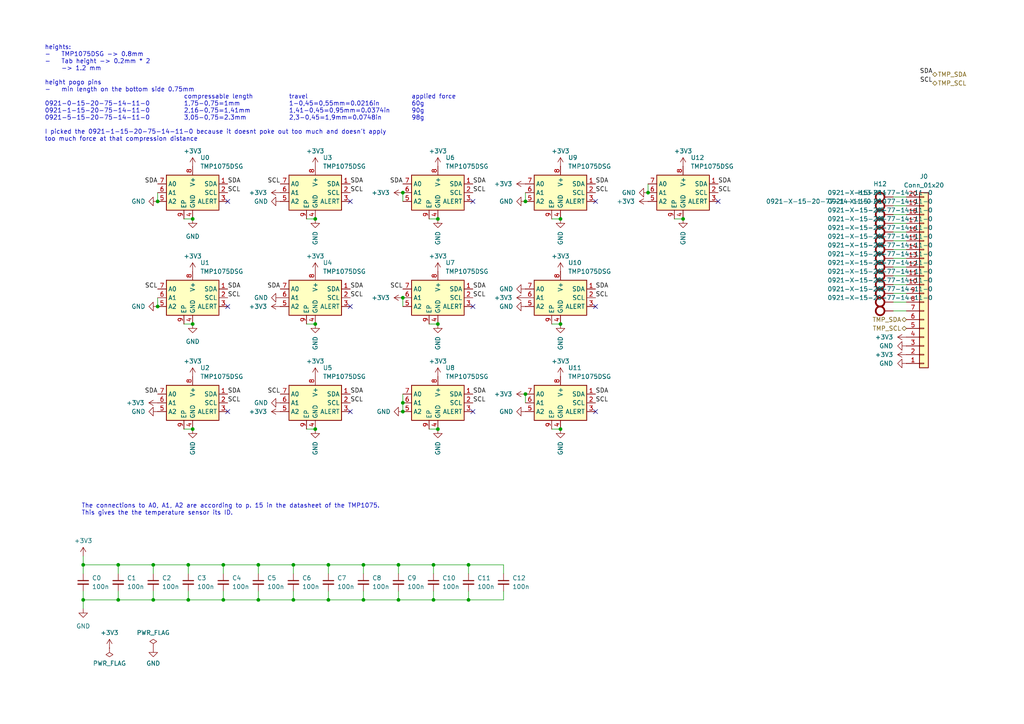
<source format=kicad_sch>
(kicad_sch (version 20231120) (generator "eeschema") (generator_version "8.0")
  (paper "A4")
  (lib_symbols
    (symbol "Connector_Generic:Conn_01x20" (pin_names (offset 1.016) hide)
      (property "Reference" "J" (at 0 25.4 0))
      (property "Value" "Conn_01x20" (at 0 -27.94 0))
      (symbol "Conn_01x20_1_1"
        (rectangle (start -1.27 -25.273) (end 0 -25.527) (stroke (width 0.1524)))
        (rectangle (start -1.27 -22.733) (end 0 -22.987) (stroke (width 0.1524)))
        (rectangle (start -1.27 -20.193) (end 0 -20.447) (stroke (width 0.1524)))
        (rectangle (start -1.27 -17.653) (end 0 -17.907) (stroke (width 0.1524)))
        (rectangle (start -1.27 -15.113) (end 0 -15.367) (stroke (width 0.1524)))
        (rectangle (start -1.27 -12.573) (end 0 -12.827) (stroke (width 0.1524)))
        (rectangle (start -1.27 -10.033) (end 0 -10.287) (stroke (width 0.1524)))
        (rectangle (start -1.27 -7.493) (end 0 -7.747) (stroke (width 0.1524)))
        (rectangle (start -1.27 -4.953) (end 0 -5.207) (stroke (width 0.1524)))
        (rectangle (start -1.27 -2.413) (end 0 -2.667) (stroke (width 0.1524)))
        (rectangle (start -1.27 0.127) (end 0 -0.127) (stroke (width 0.1524)))
        (rectangle (start -1.27 2.667) (end 0 2.413) (stroke (width 0.1524)))
        (rectangle (start -1.27 5.207) (end 0 4.953) (stroke (width 0.1524)))
        (rectangle (start -1.27 7.747) (end 0 7.493) (stroke (width 0.1524)))
        (rectangle (start -1.27 10.287) (end 0 10.033) (stroke (width 0.1524)))
        (rectangle (start -1.27 12.827) (end 0 12.573) (stroke (width 0.1524)))
        (rectangle (start -1.27 15.367) (end 0 15.113) (stroke (width 0.1524)))
        (rectangle (start -1.27 17.907) (end 0 17.653) (stroke (width 0.1524)))
        (rectangle (start -1.27 20.447) (end 0 20.193) (stroke (width 0.1524)))
        (rectangle (start -1.27 22.987) (end 0 22.733) (stroke (width 0.1524)))
        (rectangle (start -1.27 24.13) (end 1.27 -26.67) (stroke (width 0.254)) (fill (type background)))
        (pin passive line (at -5.08 22.86 0) (length 3.81) (name "Pin_1") (number "1"))
        (pin passive line (at -5.08 0 0) (length 3.81) (name "Pin_10") (number "10"))
        (pin passive line (at -5.08 -2.54 0) (length 3.81) (name "Pin_11") (number "11"))
        (pin passive line (at -5.08 -5.08 0) (length 3.81) (name "Pin_12") (number "12"))
        (pin passive line (at -5.08 -7.62 0) (length 3.81) (name "Pin_13") (number "13"))
        (pin passive line (at -5.08 -10.16 0) (length 3.81) (name "Pin_14") (number "14"))
        (pin passive line (at -5.08 -12.7 0) (length 3.81) (name "Pin_15") (number "15"))
        (pin passive line (at -5.08 -15.24 0) (length 3.81) (name "Pin_16") (number "16"))
        (pin passive line (at -5.08 -17.78 0) (length 3.81) (name "Pin_17") (number "17"))
        (pin passive line (at -5.08 -20.32 0) (length 3.81) (name "Pin_18") (number "18"))
        (pin passive line (at -5.08 -22.86 0) (length 3.81) (name "Pin_19") (number "19"))
        (pin passive line (at -5.08 20.32 0) (length 3.81) (name "Pin_2") (number "2"))
        (pin passive line (at -5.08 -25.4 0) (length 3.81) (name "Pin_20") (number "20"))
        (pin passive line (at -5.08 17.78 0) (length 3.81) (name "Pin_3") (number "3"))
        (pin passive line (at -5.08 15.24 0) (length 3.81) (name "Pin_4") (number "4"))
        (pin passive line (at -5.08 12.7 0) (length 3.81) (name "Pin_5") (number "5"))
        (pin passive line (at -5.08 10.16 0) (length 3.81) (name "Pin_6") (number "6"))
        (pin passive line (at -5.08 7.62 0) (length 3.81) (name "Pin_7") (number "7"))
        (pin passive line (at -5.08 5.08 0) (length 3.81) (name "Pin_8") (number "8"))
        (pin passive line (at -5.08 2.54 0) (length 3.81) (name "Pin_9") (number "9"))
      )
    )
    (symbol "Device:C_Small" (pin_numbers hide) (pin_names (offset 0.254) hide)
      (property "Reference" "C" (at 0.254 1.778 0))
      (property "Value" "C_Small" (at 0.254 -2.032 0))
      (symbol "C_Small_0_1"
        (polyline (pts (xy -1.524 -0.508) (xy 1.524 -0.508)) (stroke (width 0.3302)))
        (polyline (pts (xy -1.524 0.508) (xy 1.524 0.508)) (stroke (width 0.3048)))
      )
      (symbol "C_Small_1_1"
        (pin passive line (at 0 2.54 270) (length 2.032) (name "~") (number "1"))
        (pin passive line (at 0 -2.54 90) (length 2.032) (name "~") (number "2"))
      )
    )
    (symbol "MV_Abnehmerplatine:0921-X-XX-20-7X-14-11-0" (pin_numbers hide) (pin_names (offset 1.016) hide) (exclude_from_sim yes) (in_bom no)
      (property "Reference" "H" (at 0 6.35 0))
      (property "Value" "0921-X-15-20-77-14-11-0" (at 0 4.445 0))
      (symbol "0921-X-XX-20-7X-14-11-0_1_1"
        (circle (center 0 1.27) (radius 1.27) (stroke (width 0.5)))
        (pin input line (at 0 -2.54 90) (length 2.54) (name "1") (number "1"))
      )
    )
    (symbol "Sensor_Temperature:TMP1075DSG"
      (property "Reference" "U" (at -6.35 6.35 0))
      (property "Value" "TMP1075DSG" (at 6.35 6.35 0))
      (symbol "TMP1075DSG_0_1"
        (rectangle (start -7.62 5.08) (end 7.62 -5.08) (stroke (width 0.254)) (fill (type background)))
      )
      (symbol "TMP1075DSG_1_1"
        (pin bidirectional line (at 10.16 2.54 180) (length 2.54) (name "SDA") (number "1"))
        (pin input line (at 10.16 0 180) (length 2.54) (name "SCL") (number "2"))
        (pin open_collector line (at 10.16 -2.54 180) (length 2.54) (name "ALERT") (number "3"))
        (pin power_in line (at 0 -7.62 90) (length 2.54) (name "GND") (number "4"))
        (pin input line (at -10.16 -2.54 0) (length 2.54) (name "A2") (number "5"))
        (pin input line (at -10.16 0 0) (length 2.54) (name "A1") (number "6"))
        (pin input line (at -10.16 2.54 0) (length 2.54) (name "A0") (number "7"))
        (pin power_in line (at 0 7.62 270) (length 2.54) (name "V+") (number "8"))
        (pin passive line (at -2.54 -7.62 90) (length 2.54) (name "EP") (number "9"))
      )
    )
    (symbol "power:+3V3" (power) (pin_numbers hide) (pin_names (offset 0) hide)
      (property "Value" "+3V3" (at 0 3.556 0))
      (symbol "+3V3_0_1"
        (polyline (pts (xy -0.762 1.27) (xy 0 2.54)))
        (polyline (pts (xy 0 0) (xy 0 2.54)))
        (polyline (pts (xy 0 2.54) (xy 0.762 1.27)))
      )
      (symbol "+3V3_1_1"
        (pin power_in line (at 0 0 90) (length 0) (name "~") (number "1"))
      )
    )
    (symbol "power:GND" (power) (pin_numbers hide) (pin_names (offset 0) hide)
      (property "Value" "GND" (at 0 -3.81 0))
      (symbol "GND_0_1"
        (polyline (pts (xy 0 0) (xy 0 -1.27) (xy 1.27 -1.27) (xy 0 -2.54) (xy -1.27 -1.27) (xy 0 -1.27)))
      )
      (symbol "GND_1_1"
        (pin power_in line (at 0 0 270) (length 0) (name "~") (number "1"))
      )
    )
    (symbol "power:PWR_FLAG" (power) (pin_numbers hide) (pin_names (offset 0) hide)
      (property "Value" "PWR_FLAG" (at 0 3.81 0))
      (symbol "PWR_FLAG_0_0"
        (pin power_out line (at 0 0 90) (length 0) (name "~") (number "1"))
      )
      (symbol "PWR_FLAG_0_1"
        (polyline (pts (xy 0 0) (xy 0 1.27) (xy -1.016 1.905) (xy 0 2.54) (xy 1.016 1.905) (xy 0 1.27)))
      )
    )
  )
  (junction (at 152.4 58.42))
  (junction (at 55.88 93.98))
  (junction (at 55.88 124.46))
  (junction (at 162.56 63.5))
  (junction (at 24.13 163.83))
  (junction (at 64.77 163.83))
  (junction (at 45.72 58.42))
  (junction (at 95.25 173.99))
  (junction (at 44.45 163.83))
  (junction (at 44.45 173.99))
  (junction (at 105.41 173.99))
  (junction (at 115.57 173.99))
  (junction (at 91.44 63.5))
  (junction (at 91.44 93.98))
  (junction (at 91.44 124.46))
  (junction (at 125.73 163.83))
  (junction (at 74.93 173.99))
  (junction (at 162.56 93.98))
  (junction (at 85.09 173.99))
  (junction (at 74.93 163.83))
  (junction (at 105.41 163.83))
  (junction (at 116.84 55.88))
  (junction (at 54.61 163.83))
  (junction (at 116.84 116.84))
  (junction (at 116.84 86.36))
  (junction (at 64.77 173.99))
  (junction (at 34.29 163.83))
  (junction (at 45.72 88.9))
  (junction (at 187.96 55.88))
  (junction (at 54.61 173.99))
  (junction (at 34.29 173.99))
  (junction (at 135.89 163.83))
  (junction (at 24.13 173.99))
  (junction (at 116.84 119.38))
  (junction (at 152.4 114.3))
  (junction (at 85.09 163.83))
  (junction (at 127 63.5))
  (junction (at 162.56 124.46))
  (junction (at 127 93.98))
  (junction (at 135.89 173.99))
  (junction (at 95.25 163.83))
  (junction (at 125.73 173.99))
  (junction (at 127 124.46))
  (junction (at 115.57 163.83))
  (junction (at 198.12 63.5))
  (junction (at 55.88 63.5))
  (no_connect (at 208.28 58.42))
  (no_connect (at 101.6 119.38))
  (no_connect (at 172.72 119.38))
  (no_connect (at 172.72 58.42))
  (no_connect (at 66.04 58.42))
  (no_connect (at 172.72 88.9))
  (no_connect (at 66.04 88.9))
  (no_connect (at 137.16 88.9))
  (no_connect (at 137.16 119.38))
  (no_connect (at 101.6 88.9))
  (no_connect (at 137.16 58.42))
  (no_connect (at 101.6 58.42))
  (no_connect (at 66.04 119.38))
  (wire (pts (xy 259.08 77.47) (xy 262.89 77.47)))
  (wire (pts (xy 146.05 171.45) (xy 146.05 173.99)))
  (wire (pts (xy 54.61 173.99) (xy 44.45 173.99)))
  (wire (pts (xy 88.9 93.98) (xy 91.44 93.98)))
  (wire (pts (xy 34.29 166.37) (xy 34.29 163.83)))
  (wire (pts (xy 64.77 173.99) (xy 54.61 173.99)))
  (wire (pts (xy 74.93 173.99) (xy 64.77 173.99)))
  (wire (pts (xy 105.41 173.99) (xy 95.25 173.99)))
  (wire (pts (xy 95.25 173.99) (xy 85.09 173.99)))
  (wire (pts (xy 259.08 80.01) (xy 262.89 80.01)))
  (wire (pts (xy 24.13 161.29) (xy 24.13 163.83)))
  (wire (pts (xy 105.41 171.45) (xy 105.41 173.99)))
  (wire (pts (xy 115.57 171.45) (xy 115.57 173.99)))
  (wire (pts (xy 125.73 163.83) (xy 125.73 166.37)))
  (wire (pts (xy 146.05 163.83) (xy 146.05 166.37)))
  (wire (pts (xy 259.08 57.15) (xy 262.89 57.15)))
  (wire (pts (xy 259.08 62.23) (xy 262.89 62.23)))
  (wire (pts (xy 53.34 63.5) (xy 55.88 63.5)))
  (wire (pts (xy 34.29 173.99) (xy 24.13 173.99)))
  (wire (pts (xy 34.29 163.83) (xy 44.45 163.83)))
  (wire (pts (xy 259.08 72.39) (xy 262.89 72.39)))
  (wire (pts (xy 125.73 173.99) (xy 115.57 173.99)))
  (wire (pts (xy 74.93 163.83) (xy 74.93 166.37)))
  (wire (pts (xy 195.58 63.5) (xy 198.12 63.5)))
  (wire (pts (xy 54.61 171.45) (xy 54.61 173.99)))
  (wire (pts (xy 44.45 163.83) (xy 44.45 166.37)))
  (wire (pts (xy 85.09 171.45) (xy 85.09 173.99)))
  (wire (pts (xy 152.4 114.3) (xy 152.4 116.84)))
  (wire (pts (xy 53.34 93.98) (xy 55.88 93.98)))
  (wire (pts (xy 95.25 171.45) (xy 95.25 173.99)))
  (wire (pts (xy 124.46 93.98) (xy 127 93.98)))
  (wire (pts (xy 116.84 114.3) (xy 116.84 116.84)))
  (wire (pts (xy 85.09 173.99) (xy 74.93 173.99)))
  (wire (pts (xy 85.09 163.83) (xy 95.25 163.83)))
  (wire (pts (xy 64.77 163.83) (xy 74.93 163.83)))
  (wire (pts (xy 74.93 163.83) (xy 85.09 163.83)))
  (wire (pts (xy 259.08 85.09) (xy 262.89 85.09)))
  (wire (pts (xy 115.57 163.83) (xy 115.57 166.37)))
  (wire (pts (xy 45.72 86.36) (xy 45.72 88.9)))
  (wire (pts (xy 135.89 173.99) (xy 125.73 173.99)))
  (wire (pts (xy 105.41 163.83) (xy 115.57 163.83)))
  (wire (pts (xy 135.89 171.45) (xy 135.89 173.99)))
  (wire (pts (xy 24.13 163.83) (xy 34.29 163.83)))
  (wire (pts (xy 64.77 171.45) (xy 64.77 173.99)))
  (wire (pts (xy 259.08 87.63) (xy 262.89 87.63)))
  (wire (pts (xy 135.89 163.83) (xy 135.89 166.37)))
  (wire (pts (xy 54.61 163.83) (xy 64.77 163.83)))
  (wire (pts (xy 95.25 163.83) (xy 105.41 163.83)))
  (wire (pts (xy 187.96 53.34) (xy 187.96 55.88)))
  (wire (pts (xy 85.09 163.83) (xy 85.09 166.37)))
  (wire (pts (xy 160.02 124.46) (xy 162.56 124.46)))
  (wire (pts (xy 45.72 55.88) (xy 45.72 58.42)))
  (wire (pts (xy 34.29 171.45) (xy 34.29 173.99)))
  (wire (pts (xy 259.08 69.85) (xy 262.89 69.85)))
  (wire (pts (xy 259.08 67.31) (xy 262.89 67.31)))
  (wire (pts (xy 116.84 55.88) (xy 116.84 58.42)))
  (wire (pts (xy 44.45 173.99) (xy 34.29 173.99)))
  (wire (pts (xy 259.08 82.55) (xy 262.89 82.55)))
  (wire (pts (xy 54.61 163.83) (xy 54.61 166.37)))
  (wire (pts (xy 152.4 55.88) (xy 152.4 58.42)))
  (wire (pts (xy 44.45 171.45) (xy 44.45 173.99)))
  (wire (pts (xy 115.57 163.83) (xy 125.73 163.83)))
  (wire (pts (xy 74.93 171.45) (xy 74.93 173.99)))
  (wire (pts (xy 124.46 124.46) (xy 127 124.46)))
  (wire (pts (xy 135.89 163.83) (xy 146.05 163.83)))
  (wire (pts (xy 160.02 93.98) (xy 162.56 93.98)))
  (wire (pts (xy 259.08 74.93) (xy 262.89 74.93)))
  (wire (pts (xy 115.57 173.99) (xy 105.41 173.99)))
  (wire (pts (xy 259.08 64.77) (xy 262.89 64.77)))
  (wire (pts (xy 125.73 171.45) (xy 125.73 173.99)))
  (wire (pts (xy 116.84 86.36) (xy 116.84 88.9)))
  (wire (pts (xy 259.08 59.69) (xy 262.89 59.69)))
  (wire (pts (xy 124.46 63.5) (xy 127 63.5)))
  (wire (pts (xy 24.13 171.45) (xy 24.13 173.99)))
  (wire (pts (xy 24.13 163.83) (xy 24.13 166.37)))
  (wire (pts (xy 64.77 163.83) (xy 64.77 166.37)))
  (wire (pts (xy 88.9 63.5) (xy 91.44 63.5)))
  (wire (pts (xy 259.08 90.17) (xy 262.89 90.17)))
  (wire (pts (xy 95.25 166.37) (xy 95.25 163.83)))
  (wire (pts (xy 146.05 173.99) (xy 135.89 173.99)))
  (wire (pts (xy 88.9 124.46) (xy 91.44 124.46)))
  (wire (pts (xy 160.02 63.5) (xy 162.56 63.5)))
  (wire (pts (xy 105.41 163.83) (xy 105.41 166.37)))
  (wire (pts (xy 53.34 124.46) (xy 55.88 124.46)))
  (wire (pts (xy 44.45 163.83) (xy 54.61 163.83)))
  (wire (pts (xy 24.13 173.99) (xy 24.13 176.53)))
  (wire (pts (xy 116.84 116.84) (xy 116.84 119.38)))
  (wire (pts (xy 125.73 163.83) (xy 135.89 163.83)))
  (text "heights:\n-	TMP1075DSG -> 0.8mm\n-	Tab height -> 0.2mm * 2\n	-> 1.2 mm\n\nheight pogo pins\n-	min length on the bottom side 0.75mm\n								compressable length		travel						applied force\n0921-0-15-20-75-14-11-0		1,75-0,75=1mm		 	1-0,45=0,55mm=0.0216in		60g\n0921-1-15-20-75-14-11-0		2,16-0,75=1,41mm		1,41-0,45=0,95mm=0.0374in	90g	\n0921-5-15-20-75-14-11-0		3,05-0,75=2.3mm			2,3-0,45=1,9mm=0.0748in		98g\n\nI picked the 0921-1-15-20-75-14-11-0 because it doesnt poke out too much and doesn't apply\ntoo much force at that compression distance" (at 12.954 13.081 0) (effects (font (size 1.27 1.27)) (justify left top)))
  (text "The connections to A0, A1, A2 are according to p. 15 in the datasheet of the TMP1075. \nThis gives the the temperature sensor its ID. " (at 23.622 147.828 0) (effects (font (size 1.27 1.27)) (justify left)))
  (label "SDA" (at 208.28 53.34 0))
  (label "SCL" (at 137.16 116.84 0))
  (label "SDA" (at 172.72 53.34 0))
  (label "SCL" (at 101.6 55.88 0))
  (label "SDA" (at 81.28 83.82 180))
  (label "SDA" (at 45.72 114.3 180))
  (label "SDA" (at 45.72 53.34 180))
  (label "SCL" (at 66.04 55.88 0))
  (label "SCL" (at 270.51 24.13 180))
  (label "SDA" (at 66.04 83.82 0))
  (label "SDA" (at 137.16 53.34 0))
  (label "SCL" (at 137.16 55.88 0))
  (label "SCL" (at 172.72 55.88 0))
  (label "SDA" (at 172.72 114.3 0))
  (label "SCL" (at 81.28 114.3 180))
  (label "SCL" (at 101.6 116.84 0))
  (label "SDA" (at 172.72 83.82 0))
  (label "SDA" (at 116.84 53.34 180))
  (label "SCL" (at 66.04 116.84 0))
  (label "SDA" (at 101.6 114.3 0))
  (label "SCL" (at 66.04 86.36 0))
  (label "SDA" (at 137.16 83.82 0))
  (label "SCL" (at 208.28 55.88 0))
  (label "SDA" (at 137.16 114.3 0))
  (label "SCL" (at 137.16 86.36 0))
  (label "SDA" (at 101.6 53.34 0))
  (label "SDA" (at 270.51 21.59 180))
  (label "SCL" (at 172.72 86.36 0))
  (label "SDA" (at 101.6 83.82 0))
  (label "SDA" (at 66.04 114.3 0))
  (label "SCL" (at 172.72 116.84 0))
  (label "SDA" (at 66.04 53.34 0))
  (label "SCL" (at 116.84 83.82 180))
  (label "SCL" (at 45.72 83.82 180))
  (label "SCL" (at 81.28 53.34 180))
  (label "SCL" (at 101.6 86.36 0))
  (hierarchical_label "TMP_SCL" (shape bidirectional) (at 270.51 24.13 0))
  (hierarchical_label "TMP_SDA" (shape bidirectional) (at 270.51 21.59 0))
  (hierarchical_label "TMP_SDA" (shape bidirectional) (at 262.89 92.71 180))
  (hierarchical_label "TMP_SCL" (shape bidirectional) (at 262.89 95.25 180))
  (symbol (lib_id "power:GND") (at 24.13 176.53 0) (unit 1)
    (property "Reference" "#PWR01" (effects (hide yes)))
    (property "Value" "GND" (at 24.13 181.61 0))
    (property "Description" "Power symbol creates a global label with name \"GND\" , ground" (effects (hide yes)))
  )
  (symbol (lib_id "power:+3V3") (at 31.75 187.96 0) (mirror y) (unit 1)
    (property "Reference" "#PWR02" (effects (hide yes)))
    (property "Value" "+3V3" (at 31.75 183.515 0))
    (property "Description" "Power symbol creates a global label with name \"+3V3\"" (effects (hide yes)))
  )
  (symbol (lib_id "power:+3V3") (at 91.44 48.26 0) (unit 1)
    (property "Reference" "#PWR020" (effects (hide yes)))
    (property "Value" "+3V3" (at 91.44 43.815 0))
    (property "Description" "Power symbol creates a global label with name \"+3V3\"" (effects (hide yes)))
  )
  (symbol (lib_id "power:+3V3") (at 152.4 53.34 90) (mirror x) (unit 1)
    (property "Reference" "#PWR035" (effects (hide yes)))
    (property "Value" "+3V3" (at 148.59 53.3401 90) (effects (justify left)))
    (property "Description" "Power symbol creates a global label with name \"+3V3\"" (effects (hide yes)))
  )
  (symbol (lib_id "power:+3V3") (at 262.89 97.79 90) (mirror x) (unit 1)
    (property "Reference" "#PWR052" (effects (hide yes)))
    (property "Value" "+3V3" (at 259.08 97.7899 90) (effects (justify left)))
    (property "Description" "Power symbol creates a global label with name \"+3V3\"" (effects (hide yes)))
  )
  (symbol (lib_id "MV_Abnehmerplatine:0921-X-XX-20-7X-14-11-0") (at 256.54 57.15 90) (mirror x) (unit 1) (exclude_from_sim yes) (in_bom no)
    (property "Reference" "H13" (at 252.73 55.8799 90) (effects (justify left)))
    (property "Value" "0921-X-15-20-77-14-11-0" (at 252.73 58.4199 90) (effects (justify left)))
    (property "Footprint" "MV_Abnehmerplatine:0921-1-15-20-75-14-11-0" (effects (hide yes)))
    (property "Datasheet" "https://www.mill-max.com/products/datasheet/pinsrecs/0921-1-15-20-75-14-11-0" (effects (hide yes)))
    (property "Description" "Mounting Hole for Pogo-pins" (effects (hide yes)))
  )
  (symbol (lib_id "Sensor_Temperature:TMP1075DSG") (at 55.88 116.84 0) (unit 1)
    (property "Reference" "U2" (at 58.0741 106.68 0) (effects (justify left)))
    (property "Value" "TMP1075DSG" (at 58.0741 109.22 0) (effects (justify left)))
    (property "Footprint" "Package_SON:WSON-8-1EP_2x2mm_P0.5mm_EP0.9x1.6mm_ThermalVias" (effects (hide yes)))
    (property "Datasheet" "https://www.ti.com/lit/gpn/tmp1075" (effects (hide yes)))
    (property "Description" "I2C-bus digital temperature sensor and thermal watchdog, WSON-8" (effects (hide yes)))
  )
  (symbol (lib_id "power:GND") (at 55.88 124.46 0) (unit 1)
    (property "Reference" "#PWR013" (effects (hide yes)))
    (property "Value" "GND" (at 55.88 132.08 90) (effects (justify left)))
    (property "Description" "Power symbol creates a global label with name \"GND\" , ground" (effects (hide yes)))
  )
  (symbol (lib_id "Sensor_Temperature:TMP1075DSG") (at 162.56 86.36 0) (unit 1)
    (property "Reference" "U10" (at 164.7541 76.2 0) (effects (justify left)))
    (property "Value" "TMP1075DSG" (at 164.7541 78.74 0) (effects (justify left)))
    (property "Footprint" "Package_SON:WSON-8-1EP_2x2mm_P0.5mm_EP0.9x1.6mm_ThermalVias" (effects (hide yes)))
    (property "Datasheet" "https://www.ti.com/lit/gpn/tmp1075" (effects (hide yes)))
    (property "Description" "I2C-bus digital temperature sensor and thermal watchdog, WSON-8" (effects (hide yes)))
  )
  (symbol (lib_id "power:GND") (at 81.28 86.36 270) (mirror x) (unit 1)
    (property "Reference" "#PWR016" (effects (hide yes)))
    (property "Value" "GND" (at 73.66 86.36 90) (effects (justify left)))
    (property "Description" "Power symbol creates a global label with name \"GND\" , ground" (effects (hide yes)))
  )
  (symbol (lib_id "Sensor_Temperature:TMP1075DSG") (at 198.12 55.88 0) (unit 1)
    (property "Reference" "U12" (at 200.3141 45.72 0) (effects (justify left)))
    (property "Value" "TMP1075DSG" (at 200.3141 48.26 0) (effects (justify left)))
    (property "Footprint" "Package_SON:WSON-8-1EP_2x2mm_P0.5mm_EP0.9x1.6mm_ThermalVias" (effects (hide yes)))
    (property "Datasheet" "https://www.ti.com/lit/gpn/tmp1075" (effects (hide yes)))
    (property "Description" "I2C-bus digital temperature sensor and thermal watchdog, WSON-8" (effects (hide yes)))
  )
  (symbol (lib_id "Sensor_Temperature:TMP1075DSG") (at 127 116.84 0) (unit 1)
    (property "Reference" "U8" (at 129.1941 106.68 0) (effects (justify left)))
    (property "Value" "TMP1075DSG" (at 129.1941 109.22 0) (effects (justify left)))
    (property "Footprint" "Package_SON:WSON-8-1EP_2x2mm_P0.5mm_EP0.9x1.6mm_ThermalVias" (effects (hide yes)))
    (property "Datasheet" "https://www.ti.com/lit/gpn/tmp1075" (effects (hide yes)))
    (property "Description" "I2C-bus digital temperature sensor and thermal watchdog, WSON-8" (effects (hide yes)))
  )
  (symbol (lib_id "Device:C_Small") (at 54.61 168.91 0) (unit 1)
    (property "Reference" "C3" (at 57.15 167.6462 0) (effects (justify left)))
    (property "Value" "100n" (at 57.15 170.1862 0) (effects (justify left)))
    (property "Footprint" "Capacitor_SMD:C_0603_1608Metric" (effects (hide yes)))
    (property "Description" "Unpolarized capacitor, small symbol" (effects (hide yes)))
  )
  (symbol (lib_id "MV_Abnehmerplatine:0921-X-XX-20-7X-14-11-0") (at 256.54 67.31 90) (mirror x) (unit 1) (exclude_from_sim yes) (in_bom no)
    (property "Reference" "H9" (at 255.27 60.96 90))
    (property "Value" "0921-X-15-20-77-14-11-0" (at 255.27 63.5 90))
    (property "Footprint" "MV_Abnehmerplatine:0921-1-15-20-75-14-11-0" (effects (hide yes)))
    (property "Datasheet" "https://www.mill-max.com/products/datasheet/pinsrecs/0921-1-15-20-75-14-11-0" (effects (hide yes)))
    (property "Description" "Mounting Hole for Pogo-pins" (effects (hide yes)))
  )
  (symbol (lib_id "power:GND") (at 116.84 119.38 270) (unit 1)
    (property "Reference" "#PWR028" (effects (hide yes)))
    (property "Value" "GND" (at 109.22 119.38 90) (effects (justify left)))
    (property "Description" "Power symbol creates a global label with name \"GND\" , ground" (effects (hide yes)))
  )
  (symbol (lib_id "Sensor_Temperature:TMP1075DSG") (at 127 55.88 0) (unit 1)
    (property "Reference" "U6" (at 129.1941 45.72 0) (effects (justify left)))
    (property "Value" "TMP1075DSG" (at 129.1941 48.26 0) (effects (justify left)))
    (property "Footprint" "Package_SON:WSON-8-1EP_2x2mm_P0.5mm_EP0.9x1.6mm_ThermalVias" (effects (hide yes)))
    (property "Datasheet" "https://www.ti.com/lit/gpn/tmp1075" (effects (hide yes)))
    (property "Description" "I2C-bus digital temperature sensor and thermal watchdog, WSON-8" (effects (hide yes)))
  )
  (symbol (lib_id "power:+3V3") (at 152.4 114.3 90) (mirror x) (unit 1)
    (property "Reference" "#PWR040" (effects (hide yes)))
    (property "Value" "+3V3" (at 148.59 114.3001 90) (effects (justify left)))
    (property "Description" "Power symbol creates a global label with name \"+3V3\"" (effects (hide yes)))
  )
  (symbol (lib_id "power:GND") (at 44.45 187.96 0) (mirror y) (unit 1)
    (property "Reference" "#PWR03" (effects (hide yes)))
    (property "Value" "GND" (at 44.45 192.405 0))
    (property "Description" "Power symbol creates a global label with name \"GND\" , ground" (effects (hide yes)))
  )
  (symbol (lib_id "Device:C_Small") (at 95.25 168.91 0) (unit 1)
    (property "Reference" "C7" (at 97.79 167.6462 0) (effects (justify left)))
    (property "Value" "100n" (at 97.79 170.1862 0) (effects (justify left)))
    (property "Footprint" "Capacitor_SMD:C_0603_1608Metric" (effects (hide yes)))
    (property "Description" "Unpolarized capacitor, small symbol" (effects (hide yes)))
  )
  (symbol (lib_id "power:+3V3") (at 81.28 119.38 90) (mirror x) (unit 1)
    (property "Reference" "#PWR019" (effects (hide yes)))
    (property "Value" "+3V3" (at 77.47 119.3801 90) (effects (justify left)))
    (property "Description" "Power symbol creates a global label with name \"+3V3\"" (effects (hide yes)))
  )
  (symbol (lib_id "Sensor_Temperature:TMP1075DSG") (at 91.44 55.88 0) (unit 1)
    (property "Reference" "U3" (at 93.6341 45.72 0) (effects (justify left)))
    (property "Value" "TMP1075DSG" (at 93.6341 48.26 0) (effects (justify left)))
    (property "Footprint" "Package_SON:WSON-8-1EP_2x2mm_P0.5mm_EP0.9x1.6mm_ThermalVias" (effects (hide yes)))
    (property "Datasheet" "https://www.ti.com/lit/gpn/tmp1075" (effects (hide yes)))
    (property "Description" "I2C-bus digital temperature sensor and thermal watchdog, WSON-8" (effects (hide yes)))
  )
  (symbol (lib_id "Sensor_Temperature:TMP1075DSG") (at 162.56 116.84 0) (unit 1)
    (property "Reference" "U11" (at 164.7541 106.68 0) (effects (justify left)))
    (property "Value" "TMP1075DSG" (at 164.7541 109.22 0) (effects (justify left)))
    (property "Footprint" "Package_SON:WSON-8-1EP_2x2mm_P0.5mm_EP0.9x1.6mm_ThermalVias" (effects (hide yes)))
    (property "Datasheet" "https://www.ti.com/lit/gpn/tmp1075" (effects (hide yes)))
    (property "Description" "I2C-bus digital temperature sensor and thermal watchdog, WSON-8" (effects (hide yes)))
  )
  (symbol (lib_id "Sensor_Temperature:TMP1075DSG") (at 55.88 55.88 0) (unit 1)
    (property "Reference" "U0" (at 58.0741 45.72 0) (effects (justify left)))
    (property "Value" "TMP1075DSG" (at 58.0741 48.26 0) (effects (justify left)))
    (property "Footprint" "Package_SON:WSON-8-1EP_2x2mm_P0.5mm_EP0.9x1.6mm_ThermalVias" (effects (hide yes)))
    (property "Datasheet" "https://www.ti.com/lit/gpn/tmp1075" (effects (hide yes)))
    (property "Description" "I2C-bus digital temperature sensor and thermal watchdog, WSON-8" (effects (hide yes)))
  )
  (symbol (lib_id "power:+3V3") (at 55.88 78.74 0) (unit 1)
    (property "Reference" "#PWR010" (effects (hide yes)))
    (property "Value" "+3V3" (at 55.88 74.295 0))
    (property "Description" "Power symbol creates a global label with name \"+3V3\"" (effects (hide yes)))
  )
  (symbol (lib_id "power:GND") (at 152.4 58.42 270) (unit 1)
    (property "Reference" "#PWR036" (effects (hide yes)))
    (property "Value" "GND" (at 144.78 58.42 90) (effects (justify left)))
    (property "Description" "Power symbol creates a global label with name \"GND\" , ground" (effects (hide yes)))
  )
  (symbol (lib_id "Device:C_Small") (at 24.13 168.91 0) (unit 1)
    (property "Reference" "C0" (at 26.67 167.6462 0) (effects (justify left)))
    (property "Value" "100n" (at 26.67 170.1862 0) (effects (justify left)))
    (property "Footprint" "Capacitor_SMD:C_0603_1608Metric" (effects (hide yes)))
    (property "Description" "Unpolarized capacitor, small symbol" (effects (hide yes)))
  )
  (symbol (lib_id "power:GND") (at 91.44 124.46 0) (unit 1)
    (property "Reference" "#PWR025" (effects (hide yes)))
    (property "Value" "GND" (at 91.44 132.08 90) (effects (justify left)))
    (property "Description" "Power symbol creates a global label with name \"GND\" , ground" (effects (hide yes)))
  )
  (symbol (lib_id "Device:C_Small") (at 125.73 168.91 0) (unit 1)
    (property "Reference" "C10" (at 128.27 167.6462 0) (effects (justify left)))
    (property "Value" "100n" (at 128.27 170.1862 0) (effects (justify left)))
    (property "Footprint" "Capacitor_SMD:C_0603_1608Metric" (effects (hide yes)))
    (property "Description" "Unpolarized capacitor, small symbol" (effects (hide yes)))
  )
  (symbol (lib_id "MV_Abnehmerplatine:0921-X-XX-20-7X-14-11-0") (at 256.54 77.47 90) (mirror x) (unit 1) (exclude_from_sim yes) (in_bom no)
    (property "Reference" "H5" (at 255.27 71.12 90))
    (property "Value" "0921-X-15-20-77-14-11-0" (at 255.27 73.66 90))
    (property "Footprint" "MV_Abnehmerplatine:0921-1-15-20-75-14-11-0" (effects (hide yes)))
    (property "Datasheet" "https://www.mill-max.com/products/datasheet/pinsrecs/0921-1-15-20-75-14-11-0" (effects (hide yes)))
    (property "Description" "Mounting Hole for Pogo-pins" (effects (hide yes)))
  )
  (symbol (lib_id "power:+3V3") (at 55.88 109.22 0) (unit 1)
    (property "Reference" "#PWR012" (effects (hide yes)))
    (property "Value" "+3V3" (at 55.88 104.775 0))
    (property "Description" "Power symbol creates a global label with name \"+3V3\"" (effects (hide yes)))
  )
  (symbol (lib_id "power:GND") (at 198.12 63.5 0) (unit 1)
    (property "Reference" "#PWR051" (effects (hide yes)))
    (property "Value" "GND" (at 198.12 71.12 90) (effects (justify left)))
    (property "Description" "Power symbol creates a global label with name \"GND\" , ground" (effects (hide yes)))
  )
  (symbol (lib_id "Device:C_Small") (at 74.93 168.91 0) (unit 1)
    (property "Reference" "C5" (at 77.47 167.6462 0) (effects (justify left)))
    (property "Value" "100n" (at 77.47 170.1862 0) (effects (justify left)))
    (property "Footprint" "Capacitor_SMD:C_0603_1608Metric" (effects (hide yes)))
    (property "Description" "Unpolarized capacitor, small symbol" (effects (hide yes)))
  )
  (symbol (lib_id "power:GND") (at 162.56 63.5 0) (unit 1)
    (property "Reference" "#PWR043" (effects (hide yes)))
    (property "Value" "GND" (at 162.56 71.12 90) (effects (justify left)))
    (property "Description" "Power symbol creates a global label with name \"GND\" , ground" (effects (hide yes)))
  )
  (symbol (lib_id "Sensor_Temperature:TMP1075DSG") (at 55.88 86.36 0) (unit 1)
    (property "Reference" "U1" (at 58.0741 76.2 0) (effects (justify left)))
    (property "Value" "TMP1075DSG" (at 58.0741 78.74 0) (effects (justify left)))
    (property "Footprint" "Package_SON:WSON-8-1EP_2x2mm_P0.5mm_EP0.9x1.6mm_ThermalVias" (effects (hide yes)))
    (property "Datasheet" "https://www.ti.com/lit/gpn/tmp1075" (effects (hide yes)))
    (property "Description" "I2C-bus digital temperature sensor and thermal watchdog, WSON-8" (effects (hide yes)))
  )
  (symbol (lib_id "power:GND") (at 262.89 100.33 270) (unit 1)
    (property "Reference" "#PWR053" (effects (hide yes)))
    (property "Value" "GND" (at 259.08 100.3299 90) (effects (justify right)))
    (property "Description" "Power symbol creates a global label with name \"GND\" , ground" (effects (hide yes)))
  )
  (symbol (lib_id "MV_Abnehmerplatine:0921-X-XX-20-7X-14-11-0") (at 256.54 90.17 90) (mirror x) (unit 1) (exclude_from_sim yes) (in_bom no)
    (property "Reference" "H0" (at 255.27 83.82 90))
    (property "Value" "0921-X-15-20-77-14-11-0" (at 255.27 86.36 90))
    (property "Footprint" "MV_Abnehmerplatine:0921-1-15-20-75-14-11-0" (effects (hide yes)))
    (property "Datasheet" "https://www.mill-max.com/products/datasheet/pinsrecs/0921-1-15-20-75-14-11-0" (effects (hide yes)))
    (property "Description" "Mounting Hole for Pogo-pins" (effects (hide yes)))
  )
  (symbol (lib_id "power:GND") (at 262.89 105.41 270) (unit 1)
    (property "Reference" "#PWR055" (effects (hide yes)))
    (property "Value" "GND" (at 259.08 105.4099 90) (effects (justify right)))
    (property "Description" "Power symbol creates a global label with name \"GND\" , ground" (effects (hide yes)))
  )
  (symbol (lib_id "Device:C_Small") (at 85.09 168.91 0) (unit 1)
    (property "Reference" "C6" (at 87.63 167.6462 0) (effects (justify left)))
    (property "Value" "100n" (at 87.63 170.1862 0) (effects (justify left)))
    (property "Footprint" "Capacitor_SMD:C_0603_1608Metric" (effects (hide yes)))
    (property "Description" "Unpolarized capacitor, small symbol" (effects (hide yes)))
  )
  (symbol (lib_id "power:GND") (at 162.56 93.98 0) (unit 1)
    (property "Reference" "#PWR045" (effects (hide yes)))
    (property "Value" "GND" (at 162.56 101.6 90) (effects (justify left)))
    (property "Description" "Power symbol creates a global label with name \"GND\" , ground" (effects (hide yes)))
  )
  (symbol (lib_id "power:PWR_FLAG") (at 31.75 187.96 180) (unit 1)
    (property "Reference" "#FLG00" (effects (hide yes)))
    (property "Value" "PWR_FLAG" (at 31.75 192.405 0))
    (property "Description" "Special symbol for telling ERC where power comes from" (effects (hide yes)))
  )
  (symbol (lib_id "Device:C_Small") (at 44.45 168.91 0) (unit 1)
    (property "Reference" "C2" (at 46.99 167.6462 0) (effects (justify left)))
    (property "Value" "100n" (at 46.99 170.1862 0) (effects (justify left)))
    (property "Footprint" "Capacitor_SMD:C_0603_1608Metric" (effects (hide yes)))
    (property "Description" "Unpolarized capacitor, small symbol" (effects (hide yes)))
  )
  (symbol (lib_id "MV_Abnehmerplatine:0921-X-XX-20-7X-14-11-0") (at 256.54 62.23 90) (mirror x) (unit 1) (exclude_from_sim yes) (in_bom no)
    (property "Reference" "H11" (at 255.27 55.88 90))
    (property "Value" "0921-X-15-20-77-14-11-0" (at 255.27 58.42 90))
    (property "Footprint" "MV_Abnehmerplatine:0921-1-15-20-75-14-11-0" (effects (hide yes)))
    (property "Datasheet" "https://www.mill-max.com/products/datasheet/pinsrecs/0921-1-15-20-75-14-11-0" (effects (hide yes)))
    (property "Description" "Mounting Hole for Pogo-pins" (effects (hide yes)))
  )
  (symbol (lib_id "power:GND") (at 81.28 58.42 270) (unit 1)
    (property "Reference" "#PWR015" (effects (hide yes)))
    (property "Value" "GND" (at 73.66 58.42 90) (effects (justify left)))
    (property "Description" "Power symbol creates a global label with name \"GND\" , ground" (effects (hide yes)))
  )
  (symbol (lib_id "MV_Abnehmerplatine:0921-X-XX-20-7X-14-11-0") (at 256.54 82.55 90) (mirror x) (unit 1) (exclude_from_sim yes) (in_bom no)
    (property "Reference" "H3" (at 255.27 76.2 90))
    (property "Value" "0921-X-15-20-77-14-11-0" (at 255.27 78.74 90))
    (property "Footprint" "MV_Abnehmerplatine:0921-1-15-20-75-14-11-0" (effects (hide yes)))
    (property "Datasheet" "https://www.mill-max.com/products/datasheet/pinsrecs/0921-1-15-20-75-14-11-0" (effects (hide yes)))
    (property "Description" "Mounting Hole for Pogo-pins" (effects (hide yes)))
  )
  (symbol (lib_id "MV_Abnehmerplatine:0921-X-XX-20-7X-14-11-0") (at 256.54 87.63 90) (mirror x) (unit 1) (exclude_from_sim yes) (in_bom no)
    (property "Reference" "H1" (at 255.27 81.28 90))
    (property "Value" "0921-X-15-20-77-14-11-0" (at 255.27 83.82 90))
    (property "Footprint" "MV_Abnehmerplatine:0921-1-15-20-75-14-11-0" (effects (hide yes)))
    (property "Datasheet" "https://www.mill-max.com/products/datasheet/pinsrecs/0921-1-15-20-75-14-11-0" (effects (hide yes)))
    (property "Description" "Mounting Hole for Pogo-pins" (effects (hide yes)))
  )
  (symbol (lib_id "Device:C_Small") (at 64.77 168.91 0) (unit 1)
    (property "Reference" "C4" (at 67.31 167.6462 0) (effects (justify left)))
    (property "Value" "100n" (at 67.31 170.1862 0) (effects (justify left)))
    (property "Footprint" "Capacitor_SMD:C_0603_1608Metric" (effects (hide yes)))
    (property "Description" "Unpolarized capacitor, small symbol" (effects (hide yes)))
  )
  (symbol (lib_id "power:GND") (at 45.72 119.38 270) (unit 1)
    (property "Reference" "#PWR07" (effects (hide yes)))
    (property "Value" "GND" (at 38.1 119.38 90) (effects (justify left)))
    (property "Description" "Power symbol creates a global label with name \"GND\" , ground" (effects (hide yes)))
  )
  (symbol (lib_id "power:+3V3") (at 198.12 48.26 0) (unit 1)
    (property "Reference" "#PWR050" (effects (hide yes)))
    (property "Value" "+3V3" (at 198.12 43.815 0))
    (property "Description" "Power symbol creates a global label with name \"+3V3\"" (effects (hide yes)))
  )
  (symbol (lib_id "Sensor_Temperature:TMP1075DSG") (at 91.44 86.36 0) (unit 1)
    (property "Reference" "U4" (at 93.6341 76.2 0) (effects (justify left)))
    (property "Value" "TMP1075DSG" (at 93.6341 78.74 0) (effects (justify left)))
    (property "Footprint" "Package_SON:WSON-8-1EP_2x2mm_P0.5mm_EP0.9x1.6mm_ThermalVias" (effects (hide yes)))
    (property "Datasheet" "https://www.ti.com/lit/gpn/tmp1075" (effects (hide yes)))
    (property "Description" "I2C-bus digital temperature sensor and thermal watchdog, WSON-8" (effects (hide yes)))
  )
  (symbol (lib_id "power:+3V3") (at 127 109.22 0) (unit 1)
    (property "Reference" "#PWR033" (effects (hide yes)))
    (property "Value" "+3V3" (at 127 104.775 0))
    (property "Description" "Power symbol creates a global label with name \"+3V3\"" (effects (hide yes)))
  )
  (symbol (lib_id "power:GND") (at 91.44 93.98 0) (unit 1)
    (property "Reference" "#PWR023" (effects (hide yes)))
    (property "Value" "GND" (at 91.44 101.6 90) (effects (justify left)))
    (property "Description" "Power symbol creates a global label with name \"GND\" , ground" (effects (hide yes)))
  )
  (symbol (lib_id "power:GND") (at 55.88 63.5 0) (unit 1)
    (property "Reference" "#PWR09" (effects (hide yes)))
    (property "Value" "GND" (at 55.88 68.58 0))
    (property "Description" "Power symbol creates a global label with name \"GND\" , ground" (effects (hide yes)))
  )
  (symbol (lib_id "Device:C_Small") (at 135.89 168.91 0) (unit 1)
    (property "Reference" "C11" (at 138.43 167.6462 0) (effects (justify left)))
    (property "Value" "100n" (at 138.43 170.1862 0) (effects (justify left)))
    (property "Footprint" "Capacitor_SMD:C_0603_1608Metric" (effects (hide yes)))
    (property "Description" "Unpolarized capacitor, small symbol" (effects (hide yes)))
  )
  (symbol (lib_id "MV_Abnehmerplatine:0921-X-XX-20-7X-14-11-0") (at 256.54 74.93 90) (mirror x) (unit 1) (exclude_from_sim yes) (in_bom no)
    (property "Reference" "H6" (at 255.27 68.58 90))
    (property "Value" "0921-X-15-20-77-14-11-0" (at 255.27 71.12 90))
    (property "Footprint" "MV_Abnehmerplatine:0921-1-15-20-75-14-11-0" (effects (hide yes)))
    (property "Datasheet" "https://www.mill-max.com/products/datasheet/pinsrecs/0921-1-15-20-75-14-11-0" (effects (hide yes)))
    (property "Description" "Mounting Hole for Pogo-pins" (effects (hide yes)))
  )
  (symbol (lib_id "MV_Abnehmerplatine:0921-X-XX-20-7X-14-11-0") (at 256.54 64.77 90) (mirror x) (unit 1) (exclude_from_sim yes) (in_bom no)
    (property "Reference" "H10" (at 255.27 58.42 90))
    (property "Value" "0921-X-15-20-77-14-11-0" (at 255.27 60.96 90))
    (property "Footprint" "MV_Abnehmerplatine:0921-1-15-20-75-14-11-0" (effects (hide yes)))
    (property "Datasheet" "https://www.mill-max.com/products/datasheet/pinsrecs/0921-1-15-20-75-14-11-0" (effects (hide yes)))
    (property "Description" "Mounting Hole for Pogo-pins" (effects (hide yes)))
  )
  (symbol (lib_id "Device:C_Small") (at 105.41 168.91 0) (unit 1)
    (property "Reference" "C8" (at 107.95 167.6462 0) (effects (justify left)))
    (property "Value" "100n" (at 107.95 170.1862 0) (effects (justify left)))
    (property "Footprint" "Capacitor_SMD:C_0603_1608Metric" (effects (hide yes)))
    (property "Description" "Unpolarized capacitor, small symbol" (effects (hide yes)))
  )
  (symbol (lib_id "power:+3V3") (at 81.28 55.88 90) (unit 1)
    (property "Reference" "#PWR014" (effects (hide yes)))
    (property "Value" "+3V3" (at 77.47 55.8799 90) (effects (justify left)))
    (property "Description" "Power symbol creates a global label with name \"+3V3\"" (effects (hide yes)))
  )
  (symbol (lib_id "Sensor_Temperature:TMP1075DSG") (at 127 86.36 0) (unit 1)
    (property "Reference" "U7" (at 129.1941 76.2 0) (effects (justify left)))
    (property "Value" "TMP1075DSG" (at 129.1941 78.74 0) (effects (justify left)))
    (property "Footprint" "Package_SON:WSON-8-1EP_2x2mm_P0.5mm_EP0.9x1.6mm_ThermalVias" (effects (hide yes)))
    (property "Datasheet" "https://www.ti.com/lit/gpn/tmp1075" (effects (hide yes)))
    (property "Description" "I2C-bus digital temperature sensor and thermal watchdog, WSON-8" (effects (hide yes)))
  )
  (symbol (lib_id "MV_Abnehmerplatine:0921-X-XX-20-7X-14-11-0") (at 256.54 80.01 90) (mirror x) (unit 1) (exclude_from_sim yes) (in_bom no)
    (property "Reference" "H4" (at 255.27 73.66 90))
    (property "Value" "0921-X-15-20-77-14-11-0" (at 255.27 76.2 90))
    (property "Footprint" "MV_Abnehmerplatine:0921-1-15-20-75-14-11-0" (effects (hide yes)))
    (property "Datasheet" "https://www.mill-max.com/products/datasheet/pinsrecs/0921-1-15-20-75-14-11-0" (effects (hide yes)))
    (property "Description" "Mounting Hole for Pogo-pins" (effects (hide yes)))
  )
  (symbol (lib_id "power:+3V3") (at 127 78.74 0) (unit 1)
    (property "Reference" "#PWR031" (effects (hide yes)))
    (property "Value" "+3V3" (at 127 74.295 0))
    (property "Description" "Power symbol creates a global label with name \"+3V3\"" (effects (hide yes)))
  )
  (symbol (lib_id "MV_Abnehmerplatine:0921-X-XX-20-7X-14-11-0") (at 256.54 72.39 90) (mirror x) (unit 1) (exclude_from_sim yes) (in_bom no)
    (property "Reference" "H7" (at 255.27 66.04 90))
    (property "Value" "0921-X-15-20-77-14-11-0" (at 255.27 68.58 90))
    (property "Footprint" "MV_Abnehmerplatine:0921-1-15-20-75-14-11-0" (effects (hide yes)))
    (property "Datasheet" "https://www.mill-max.com/products/datasheet/pinsrecs/0921-1-15-20-75-14-11-0" (effects (hide yes)))
    (property "Description" "Mounting Hole for Pogo-pins" (effects (hide yes)))
  )
  (symbol (lib_id "power:PWR_FLAG") (at 44.45 187.96 0) (unit 1)
    (property "Reference" "#FLG01" (effects (hide yes)))
    (property "Value" "PWR_FLAG" (at 44.45 183.515 0))
    (property "Description" "Special symbol for telling ERC where power comes from" (effects (hide yes)))
  )
  (symbol (lib_id "power:+3V3") (at 55.88 48.26 0) (unit 1)
    (property "Reference" "#PWR08" (effects (hide yes)))
    (property "Value" "+3V3" (at 55.88 43.815 0))
    (property "Description" "Power symbol creates a global label with name \"+3V3\"" (effects (hide yes)))
  )
  (symbol (lib_id "power:+3V3") (at 45.72 116.84 90) (unit 1)
    (property "Reference" "#PWR06" (effects (hide yes)))
    (property "Value" "+3V3" (at 41.91 116.8399 90) (effects (justify left)))
    (property "Description" "Power symbol creates a global label with name \"+3V3\"" (effects (hide yes)))
  )
  (symbol (lib_id "power:+3V3") (at 24.13 161.29 0) (unit 1)
    (property "Reference" "#PWR00" (effects (hide yes)))
    (property "Value" "+3V3" (at 24.13 156.845 0))
    (property "Description" "Power symbol creates a global label with name \"+3V3\"" (effects (hide yes)))
  )
  (symbol (lib_id "power:GND") (at 127 124.46 0) (unit 1)
    (property "Reference" "#PWR034" (effects (hide yes)))
    (property "Value" "GND" (at 127 132.08 90) (effects (justify left)))
    (property "Description" "Power symbol creates a global label with name \"GND\" , ground" (effects (hide yes)))
  )
  (symbol (lib_id "power:+3V3") (at 162.56 78.74 0) (unit 1)
    (property "Reference" "#PWR044" (effects (hide yes)))
    (property "Value" "+3V3" (at 162.56 74.295 0))
    (property "Description" "Power symbol creates a global label with name \"+3V3\"" (effects (hide yes)))
  )
  (symbol (lib_id "power:GND") (at 187.96 55.88 270) (mirror x) (unit 1)
    (property "Reference" "#PWR048" (effects (hide yes)))
    (property "Value" "GND" (at 180.34 55.88 90) (effects (justify left)))
    (property "Description" "Power symbol creates a global label with name \"GND\" , ground" (effects (hide yes)))
  )
  (symbol (lib_id "MV_Abnehmerplatine:0921-X-XX-20-7X-14-11-0") (at 256.54 59.69 90) (mirror x) (unit 1) (exclude_from_sim yes) (in_bom no)
    (property "Reference" "H12" (at 255.27 53.34 90))
    (property "Value" "0921-X-15-20-77-14-11-0" (at 255.27 55.88 90))
    (property "Footprint" "MV_Abnehmerplatine:0921-1-15-20-75-14-11-0" (effects (hide yes)))
    (property "Datasheet" "https://www.mill-max.com/products/datasheet/pinsrecs/0921-1-15-20-75-14-11-0" (effects (hide yes)))
    (property "Description" "Mounting Hole for Pogo-pins" (effects (hide yes)))
  )
  (symbol (lib_id "power:GND") (at 81.28 116.84 270) (mirror x) (unit 1)
    (property "Reference" "#PWR018" (effects (hide yes)))
    (property "Value" "GND" (at 73.66 116.84 90) (effects (justify left)))
    (property "Description" "Power symbol creates a global label with name \"GND\" , ground" (effects (hide yes)))
  )
  (symbol (lib_id "MV_Abnehmerplatine:0921-X-XX-20-7X-14-11-0") (at 256.54 85.09 90) (mirror x) (unit 1) (exclude_from_sim yes) (in_bom no)
    (property "Reference" "H2" (at 255.27 78.74 90))
    (property "Value" "0921-X-15-20-77-14-11-0" (at 255.27 81.28 90))
    (property "Footprint" "MV_Abnehmerplatine:0921-1-15-20-75-14-11-0" (effects (hide yes)))
    (property "Datasheet" "https://www.mill-max.com/products/datasheet/pinsrecs/0921-1-15-20-75-14-11-0" (effects (hide yes)))
    (property "Description" "Mounting Hole for Pogo-pins" (effects (hide yes)))
  )
  (symbol (lib_id "power:GND") (at 55.88 93.98 0) (unit 1)
    (property "Reference" "#PWR011" (effects (hide yes)))
    (property "Value" "GND" (at 55.88 99.06 0))
    (property "Description" "Power symbol creates a global label with name \"GND\" , ground" (effects (hide yes)))
  )
  (symbol (lib_id "Sensor_Temperature:TMP1075DSG") (at 162.56 55.88 0) (unit 1)
    (property "Reference" "U9" (at 164.7541 45.72 0) (effects (justify left)))
    (property "Value" "TMP1075DSG" (at 164.7541 48.26 0) (effects (justify left)))
    (property "Footprint" "Package_SON:WSON-8-1EP_2x2mm_P0.5mm_EP0.9x1.6mm_ThermalVias" (effects (hide yes)))
    (property "Datasheet" "https://www.ti.com/lit/gpn/tmp1075" (effects (hide yes)))
    (property "Description" "I2C-bus digital temperature sensor and thermal watchdog, WSON-8" (effects (hide yes)))
  )
  (symbol (lib_id "power:GND") (at 45.72 88.9 270) (unit 1)
    (property "Reference" "#PWR05" (effects (hide yes)))
    (property "Value" "GND" (at 38.1 88.9 90) (effects (justify left)))
    (property "Description" "Power symbol creates a global label with name \"GND\" , ground" (effects (hide yes)))
  )
  (symbol (lib_id "power:+3V3") (at 152.4 86.36 90) (mirror x) (unit 1)
    (property "Reference" "#PWR038" (effects (hide yes)))
    (property "Value" "+3V3" (at 148.59 86.3601 90) (effects (justify left)))
    (property "Description" "Power symbol creates a global label with name \"+3V3\"" (effects (hide yes)))
  )
  (symbol (lib_id "power:+3V3") (at 91.44 78.74 0) (unit 1)
    (property "Reference" "#PWR022" (effects (hide yes)))
    (property "Value" "+3V3" (at 91.44 74.295 0))
    (property "Description" "Power symbol creates a global label with name \"+3V3\"" (effects (hide yes)))
  )
  (symbol (lib_id "power:GND") (at 127 63.5 0) (unit 1)
    (property "Reference" "#PWR030" (effects (hide yes)))
    (property "Value" "GND" (at 127 71.12 90) (effects (justify left)))
    (property "Description" "Power symbol creates a global label with name \"GND\" , ground" (effects (hide yes)))
  )
  (symbol (lib_id "Device:C_Small") (at 34.29 168.91 0) (unit 1)
    (property "Reference" "C1" (at 36.83 167.6462 0) (effects (justify left)))
    (property "Value" "100n" (at 36.83 170.1862 0) (effects (justify left)))
    (property "Footprint" "Capacitor_SMD:C_0603_1608Metric" (effects (hide yes)))
    (property "Description" "Unpolarized capacitor, small symbol" (effects (hide yes)))
  )
  (symbol (lib_id "power:+3V3") (at 187.96 58.42 90) (unit 1)
    (property "Reference" "#PWR049" (effects (hide yes)))
    (property "Value" "+3V3" (at 184.15 58.4199 90) (effects (justify left)))
    (property "Description" "Power symbol creates a global label with name \"+3V3\"" (effects (hide yes)))
  )
  (symbol (lib_id "power:+3V3") (at 91.44 109.22 0) (unit 1)
    (property "Reference" "#PWR024" (effects (hide yes)))
    (property "Value" "+3V3" (at 91.44 104.775 0))
    (property "Description" "Power symbol creates a global label with name \"+3V3\"" (effects (hide yes)))
  )
  (symbol (lib_id "power:GND") (at 152.4 119.38 270) (unit 1)
    (property "Reference" "#PWR041" (effects (hide yes)))
    (property "Value" "GND" (at 144.78 119.38 90) (effects (justify left)))
    (property "Description" "Power symbol creates a global label with name \"GND\" , ground" (effects (hide yes)))
  )
  (symbol (lib_id "power:GND") (at 152.4 83.82 270) (unit 1)
    (property "Reference" "#PWR037" (effects (hide yes)))
    (property "Value" "GND" (at 144.78 83.82 90) (effects (justify left)))
    (property "Description" "Power symbol creates a global label with name \"GND\" , ground" (effects (hide yes)))
  )
  (symbol (lib_id "power:+3V3") (at 262.89 102.87 90) (mirror x) (unit 1)
    (property "Reference" "#PWR054" (effects (hide yes)))
    (property "Value" "+3V3" (at 259.08 102.8699 90) (effects (justify left)))
    (property "Description" "Power symbol creates a global label with name \"+3V3\"" (effects (hide yes)))
  )
  (symbol (lib_id "Device:C_Small") (at 115.57 168.91 0) (unit 1)
    (property "Reference" "C9" (at 118.11 167.6462 0) (effects (justify left)))
    (property "Value" "100n" (at 118.11 170.1862 0) (effects (justify left)))
    (property "Footprint" "Capacitor_SMD:C_0603_1608Metric" (effects (hide yes)))
    (property "Description" "Unpolarized capacitor, small symbol" (effects (hide yes)))
  )
  (symbol (lib_id "power:+3V3") (at 162.56 109.22 0) (unit 1)
    (property "Reference" "#PWR046" (effects (hide yes)))
    (property "Value" "+3V3" (at 162.56 104.775 0))
    (property "Description" "Power symbol creates a global label with name \"+3V3\"" (effects (hide yes)))
  )
  (symbol (lib_id "power:GND") (at 91.44 63.5 0) (unit 1)
    (property "Reference" "#PWR021" (effects (hide yes)))
    (property "Value" "GND" (at 91.44 71.12 90) (effects (justify left)))
    (property "Description" "Power symbol creates a global label with name \"GND\" , ground" (effects (hide yes)))
  )
  (symbol (lib_id "power:GND") (at 162.56 124.46 0) (unit 1)
    (property "Reference" "#PWR047" (effects (hide yes)))
    (property "Value" "GND" (at 162.56 132.08 90) (effects (justify left)))
    (property "Description" "Power symbol creates a global label with name \"GND\" , ground" (effects (hide yes)))
  )
  (symbol (lib_id "power:GND") (at 152.4 88.9 270) (unit 1)
    (property "Reference" "#PWR039" (effects (hide yes)))
    (property "Value" "GND" (at 144.78 88.9 90) (effects (justify left)))
    (property "Description" "Power symbol creates a global label with name \"GND\" , ground" (effects (hide yes)))
  )
  (symbol (lib_id "power:+3V3") (at 127 48.26 0) (unit 1)
    (property "Reference" "#PWR029" (effects (hide yes)))
    (property "Value" "+3V3" (at 127 43.815 0))
    (property "Description" "Power symbol creates a global label with name \"+3V3\"" (effects (hide yes)))
  )
  (symbol (lib_id "power:+3V3") (at 81.28 88.9 90) (mirror x) (unit 1)
    (property "Reference" "#PWR017" (effects (hide yes)))
    (property "Value" "+3V3" (at 77.47 88.9001 90) (effects (justify left)))
    (property "Description" "Power symbol creates a global label with name \"+3V3\"" (effects (hide yes)))
  )
  (symbol (lib_id "power:+3V3") (at 162.56 48.26 0) (unit 1)
    (property "Reference" "#PWR042" (effects (hide yes)))
    (property "Value" "+3V3" (at 162.56 43.815 0))
    (property "Description" "Power symbol creates a global label with name \"+3V3\"" (effects (hide yes)))
  )
  (symbol (lib_id "Device:C_Small") (at 146.05 168.91 0) (unit 1)
    (property "Reference" "C12" (at 148.59 167.6462 0) (effects (justify left)))
    (property "Value" "100n" (at 148.59 170.1862 0) (effects (justify left)))
    (property "Footprint" "Capacitor_SMD:C_0603_1608Metric" (effects (hide yes)))
    (property "Description" "Unpolarized capacitor, small symbol" (effects (hide yes)))
  )
  (symbol (lib_id "Sensor_Temperature:TMP1075DSG") (at 91.44 116.84 0) (unit 1)
    (property "Reference" "U5" (at 93.6341 106.68 0) (effects (justify left)))
    (property "Value" "TMP1075DSG" (at 93.6341 109.22 0) (effects (justify left)))
    (property "Footprint" "Package_SON:WSON-8-1EP_2x2mm_P0.5mm_EP0.9x1.6mm_ThermalVias" (effects (hide yes)))
    (property "Datasheet" "https://www.ti.com/lit/gpn/tmp1075" (effects (hide yes)))
    (property "Description" "I2C-bus digital temperature sensor and thermal watchdog, WSON-8" (effects (hide yes)))
  )
  (symbol (lib_id "power:GND") (at 127 93.98 0) (unit 1)
    (property "Reference" "#PWR032" (effects (hide yes)))
    (property "Value" "GND" (at 127 101.6 90) (effects (justify left)))
    (property "Description" "Power symbol creates a global label with name \"GND\" , ground" (effects (hide yes)))
  )
  (symbol (lib_id "power:GND") (at 45.72 58.42 270) (unit 1)
    (property "Reference" "#PWR04" (effects (hide yes)))
    (property "Value" "GND" (at 38.1 58.42 90) (effects (justify left)))
    (property "Description" "Power symbol creates a global label with name \"GND\" , ground" (effects (hide yes)))
  )
  (symbol (lib_id "MV_Abnehmerplatine:0921-X-XX-20-7X-14-11-0") (at 256.54 69.85 90) (mirror x) (unit 1) (exclude_from_sim yes) (in_bom no)
    (property "Reference" "H8" (at 255.27 63.5 90))
    (property "Value" "0921-X-15-20-77-14-11-0" (at 255.27 66.04 90))
    (property "Footprint" "MV_Abnehmerplatine:0921-1-15-20-75-14-11-0" (effects (hide yes)))
    (property "Datasheet" "https://www.mill-max.com/products/datasheet/pinsrecs/0921-1-15-20-75-14-11-0" (effects (hide yes)))
    (property "Description" "Mounting Hole for Pogo-pins" (effects (hide yes)))
  )
  (symbol (lib_id "power:+3V3") (at 116.84 86.36 90) (mirror x) (unit 1)
    (property "Reference" "#PWR027" (effects (hide yes)))
    (property "Value" "+3V3" (at 113.03 86.3601 90) (effects (justify left)))
    (property "Description" "Power symbol creates a global label with name \"+3V3\"" (effects (hide yes)))
  )
  (symbol (lib_id "power:+3V3") (at 116.84 55.88 90) (mirror x) (unit 1)
    (property "Reference" "#PWR026" (effects (hide yes)))
    (property "Value" "+3V3" (at 113.03 55.8801 90) (effects (justify left)))
    (property "Description" "Power symbol creates a global label with name \"+3V3\"" (effects (hide yes)))
  )
  (symbol (lib_id "Connector_Generic:Conn_01x20") (at 267.97 82.55 0) (mirror x) (unit 1)
    (property "Reference" "J0" (at 267.97 51.181 0))
    (property "Value" "Conn_01x20" (at 267.97 53.721 0))
    (property "Footprint" "MV_Abnehmerplatine:533092070" (effects (hide yes)))
    (property "Description" "Generic connector, single row, 01x20, script generated (kicad-library-utils/schlib/autogen/connector/)" (effects (hide yes)))
  )
)
</source>
